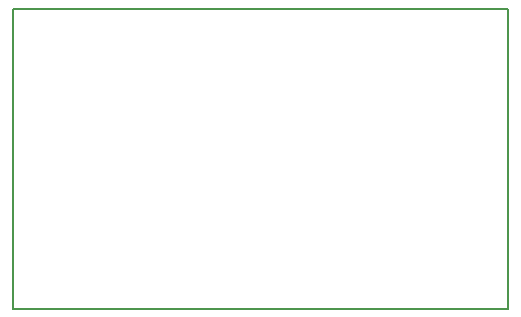
<source format=gko>
G04 #@! TF.FileFunction,Profile,NP*
%FSLAX46Y46*%
G04 Gerber Fmt 4.6, Leading zero omitted, Abs format (unit mm)*
G04 Created by KiCad (PCBNEW 4.0.1-3.201512161002+6197~38~ubuntu15.10.1-stable) date 2015-12-20T00:19:31 CET*
%MOMM*%
G01*
G04 APERTURE LIST*
%ADD10C,0.100000*%
%ADD11C,0.150000*%
G04 APERTURE END LIST*
D10*
D11*
X177165000Y-118110000D02*
X183515000Y-118110000D01*
X177165000Y-125730000D02*
X177165000Y-118110000D01*
X177165000Y-133985000D02*
X177165000Y-125730000D01*
X177165000Y-143510000D02*
X177165000Y-133985000D01*
X178435000Y-143510000D02*
X177165000Y-143510000D01*
X184150000Y-143510000D02*
X178435000Y-143510000D01*
X194945000Y-143510000D02*
X184150000Y-143510000D01*
X219075000Y-143510000D02*
X194945000Y-143510000D01*
X219075000Y-142875000D02*
X219075000Y-143510000D01*
X219075000Y-142240000D02*
X219075000Y-142875000D01*
X219075000Y-118110000D02*
X219075000Y-142240000D01*
X218440000Y-118110000D02*
X219075000Y-118110000D01*
X194945000Y-118110000D02*
X218440000Y-118110000D01*
X183515000Y-118110000D02*
X194945000Y-118110000D01*
M02*

</source>
